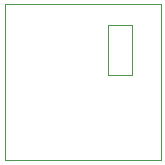
<source format=gbr>
G04 #@! TF.GenerationSoftware,KiCad,Pcbnew,(5.1.5)-3*
G04 #@! TF.CreationDate,2021-09-28T00:22:23-05:00*
G04 #@! TF.ProjectId,Pikatea handwire helpers,50696b61-7465-4612-9068-616e64776972,rev?*
G04 #@! TF.SameCoordinates,Original*
G04 #@! TF.FileFunction,Profile,NP*
%FSLAX46Y46*%
G04 Gerber Fmt 4.6, Leading zero omitted, Abs format (unit mm)*
G04 Created by KiCad (PCBNEW (5.1.5)-3) date 2021-09-28 00:22:23*
%MOMM*%
%LPD*%
G04 APERTURE LIST*
%ADD10C,0.100000*%
G04 APERTURE END LIST*
D10*
X149098000Y-91313000D02*
X149098000Y-95504000D01*
X151130000Y-91313000D02*
X149098000Y-91313000D01*
X151130000Y-95504000D02*
X151130000Y-91313000D01*
X149098000Y-95504000D02*
X151130000Y-95504000D01*
X153543000Y-102743000D02*
X153543000Y-89535000D01*
X140335000Y-102743000D02*
X153543000Y-102743000D01*
X140335000Y-89535000D02*
X140335000Y-102743000D01*
X153543000Y-89535000D02*
X140335000Y-89535000D01*
M02*

</source>
